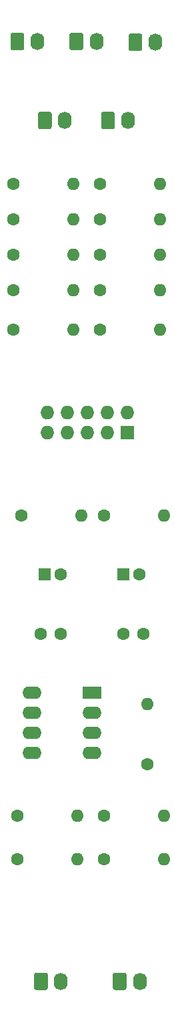
<source format=gbr>
%TF.GenerationSoftware,KiCad,Pcbnew,(5.1.8-0-10_14)*%
%TF.CreationDate,2021-07-03T12:07:01-04:00*%
%TF.ProjectId,unity,756e6974-792e-46b6-9963-61645f706362,rev?*%
%TF.SameCoordinates,Original*%
%TF.FileFunction,Soldermask,Top*%
%TF.FilePolarity,Negative*%
%FSLAX46Y46*%
G04 Gerber Fmt 4.6, Leading zero omitted, Abs format (unit mm)*
G04 Created by KiCad (PCBNEW (5.1.8-0-10_14)) date 2021-07-03 12:07:01*
%MOMM*%
%LPD*%
G01*
G04 APERTURE LIST*
%ADD10O,1.740000X2.200000*%
%ADD11O,1.600000X1.600000*%
%ADD12C,1.600000*%
%ADD13R,1.727200X1.727200*%
%ADD14O,1.727200X1.727200*%
%ADD15R,1.600000X1.600000*%
%ADD16O,2.400000X1.600000*%
%ADD17R,2.400000X1.600000*%
G04 APERTURE END LIST*
D10*
%TO.C,J2*%
X163040000Y-41000000D03*
G36*
G01*
X159630000Y-41850001D02*
X159630000Y-40149999D01*
G75*
G02*
X159879999Y-39900000I249999J0D01*
G01*
X161120001Y-39900000D01*
G75*
G02*
X161370000Y-40149999I0J-249999D01*
G01*
X161370000Y-41850001D01*
G75*
G02*
X161120001Y-42100000I-249999J0D01*
G01*
X159879999Y-42100000D01*
G75*
G02*
X159630000Y-41850001I0J249999D01*
G01*
G37*
%TD*%
%TO.C,J5*%
G36*
G01*
X163630000Y-51850001D02*
X163630000Y-50149999D01*
G75*
G02*
X163879999Y-49900000I249999J0D01*
G01*
X165120001Y-49900000D01*
G75*
G02*
X165370000Y-50149999I0J-249999D01*
G01*
X165370000Y-51850001D01*
G75*
G02*
X165120001Y-52100000I-249999J0D01*
G01*
X163879999Y-52100000D01*
G75*
G02*
X163630000Y-51850001I0J249999D01*
G01*
G37*
X167040000Y-51000000D03*
%TD*%
%TO.C,J4*%
X159040000Y-51000000D03*
G36*
G01*
X155630000Y-51850001D02*
X155630000Y-50149999D01*
G75*
G02*
X155879999Y-49900000I249999J0D01*
G01*
X157120001Y-49900000D01*
G75*
G02*
X157370000Y-50149999I0J-249999D01*
G01*
X157370000Y-51850001D01*
G75*
G02*
X157120001Y-52100000I-249999J0D01*
G01*
X155879999Y-52100000D01*
G75*
G02*
X155630000Y-51850001I0J249999D01*
G01*
G37*
%TD*%
D11*
%TO.C,R9*%
X171120000Y-77500000D03*
D12*
X163500000Y-77500000D03*
%TD*%
%TO.C,R5*%
X163500000Y-63500000D03*
D11*
X171120000Y-63500000D03*
%TD*%
D13*
%TO.C,J6*%
X167000000Y-90500000D03*
D14*
X167000000Y-87960000D03*
X164460000Y-90500000D03*
X164460000Y-87960000D03*
X161920000Y-90500000D03*
X161920000Y-87960000D03*
X159380000Y-90500000D03*
X159380000Y-87960000D03*
X156840000Y-90500000D03*
X156840000Y-87960000D03*
%TD*%
D11*
%TO.C,R17*%
X160620000Y-144500000D03*
D12*
X153000000Y-144500000D03*
%TD*%
%TO.C,C1*%
X156000000Y-116000000D03*
X158500000Y-116000000D03*
%TD*%
%TO.C,C2*%
X169000000Y-116000000D03*
X166500000Y-116000000D03*
%TD*%
D15*
%TO.C,C3*%
X156500000Y-108500000D03*
D12*
X158500000Y-108500000D03*
%TD*%
%TO.C,C4*%
X168500000Y-108500000D03*
D15*
X166500000Y-108500000D03*
%TD*%
%TO.C,J1*%
G36*
G01*
X152130000Y-41850001D02*
X152130000Y-40149999D01*
G75*
G02*
X152379999Y-39900000I249999J0D01*
G01*
X153620001Y-39900000D01*
G75*
G02*
X153870000Y-40149999I0J-249999D01*
G01*
X153870000Y-41850001D01*
G75*
G02*
X153620001Y-42100000I-249999J0D01*
G01*
X152379999Y-42100000D01*
G75*
G02*
X152130000Y-41850001I0J249999D01*
G01*
G37*
D10*
X155540000Y-41000000D03*
%TD*%
%TO.C,J3*%
G36*
G01*
X167130000Y-41945002D02*
X167130000Y-40245000D01*
G75*
G02*
X167379999Y-39995001I249999J0D01*
G01*
X168620001Y-39995001D01*
G75*
G02*
X168870000Y-40245000I0J-249999D01*
G01*
X168870000Y-41945002D01*
G75*
G02*
X168620001Y-42195001I-249999J0D01*
G01*
X167379999Y-42195001D01*
G75*
G02*
X167130000Y-41945002I0J249999D01*
G01*
G37*
X170540000Y-41095001D03*
%TD*%
%TO.C,J7*%
G36*
G01*
X165130000Y-160850001D02*
X165130000Y-159149999D01*
G75*
G02*
X165379999Y-158900000I249999J0D01*
G01*
X166620001Y-158900000D01*
G75*
G02*
X166870000Y-159149999I0J-249999D01*
G01*
X166870000Y-160850001D01*
G75*
G02*
X166620001Y-161100000I-249999J0D01*
G01*
X165379999Y-161100000D01*
G75*
G02*
X165130000Y-160850001I0J249999D01*
G01*
G37*
X168540000Y-160000000D03*
%TD*%
%TO.C,J8*%
X158540000Y-160000000D03*
G36*
G01*
X155130000Y-160850001D02*
X155130000Y-159149999D01*
G75*
G02*
X155379999Y-158900000I249999J0D01*
G01*
X156620001Y-158900000D01*
G75*
G02*
X156870000Y-159149999I0J-249999D01*
G01*
X156870000Y-160850001D01*
G75*
G02*
X156620001Y-161100000I-249999J0D01*
G01*
X155379999Y-161100000D01*
G75*
G02*
X155130000Y-160850001I0J249999D01*
G01*
G37*
%TD*%
D12*
%TO.C,R1*%
X152500000Y-59000000D03*
D11*
X160120000Y-59000000D03*
%TD*%
D12*
%TO.C,R2*%
X152500000Y-63500000D03*
D11*
X160120000Y-63500000D03*
%TD*%
D12*
%TO.C,R3*%
X163500000Y-68000000D03*
D11*
X171120000Y-68000000D03*
%TD*%
D12*
%TO.C,R4*%
X152500000Y-77500000D03*
D11*
X160120000Y-77500000D03*
%TD*%
%TO.C,R6*%
X160120000Y-72500000D03*
D12*
X152500000Y-72500000D03*
%TD*%
D11*
%TO.C,R7*%
X160120000Y-68000000D03*
D12*
X152500000Y-68000000D03*
%TD*%
D11*
%TO.C,R8*%
X171120000Y-72500000D03*
D12*
X163500000Y-72500000D03*
%TD*%
D11*
%TO.C,R10*%
X171120000Y-59000000D03*
D12*
X163500000Y-59000000D03*
%TD*%
D11*
%TO.C,R11*%
X169500000Y-124880000D03*
D12*
X169500000Y-132500000D03*
%TD*%
D11*
%TO.C,R12*%
X171620000Y-139000000D03*
D12*
X164000000Y-139000000D03*
%TD*%
%TO.C,R13*%
X153000000Y-139000000D03*
D11*
X160620000Y-139000000D03*
%TD*%
D12*
%TO.C,R14*%
X164000000Y-144500000D03*
D11*
X171620000Y-144500000D03*
%TD*%
D12*
%TO.C,R15*%
X153500000Y-101000000D03*
D11*
X161120000Y-101000000D03*
%TD*%
%TO.C,R16*%
X171620000Y-101000000D03*
D12*
X164000000Y-101000000D03*
%TD*%
D16*
%TO.C,U1*%
X154880000Y-123500000D03*
X162500000Y-131120000D03*
X154880000Y-126040000D03*
X162500000Y-128580000D03*
X154880000Y-128580000D03*
X162500000Y-126040000D03*
X154880000Y-131120000D03*
D17*
X162500000Y-123500000D03*
%TD*%
M02*

</source>
